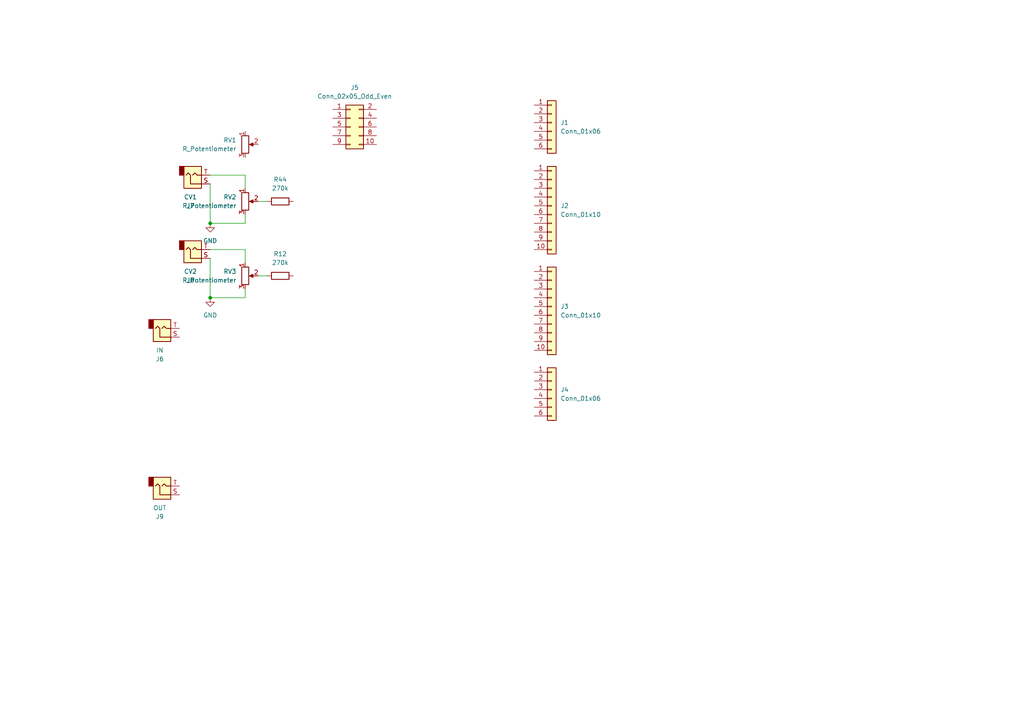
<source format=kicad_sch>
(kicad_sch (version 20230121) (generator eeschema)
  (paper "A4")
  (lib_symbols
    (symbol "Connector_Audio:AudioJack2"
      (property "Reference" "J" (at 0 8.89 0))
      (property "Value" "AudioJack2" (at 0 6.35 0))
      (symbol "AudioJack2_0_1"
        (rectangle (start -3.81 0) (end -2.54 -2.54) (stroke (width 0.254)) (fill (type outline)))
        (rectangle (start -2.54 3.81) (end 2.54 -2.54) (stroke (width 0.254)) (fill (type background)))
        (polyline (pts (xy 0 0) (xy 0.635 -0.635) (xy 1.27 0) (xy 2.54 0)) (stroke (width 0.254)))
        (polyline (pts (xy 2.54 2.54) (xy -0.635 2.54) (xy -0.635 0) (xy -1.27 -0.635) (xy -1.905 0)) (stroke (width 0.254)))
      )
      (symbol "AudioJack2_1_1"
        (pin passive line (at 5.08 2.54 180) (length 2.54) (name "~") (number "S"))
        (pin passive line (at 5.08 0 180) (length 2.54) (name "~") (number "T"))
      )
    )
    (symbol "Connector_Generic:Conn_01x06" (pin_names (offset 1.016) hide)
      (property "Reference" "J" (at 0 7.62 0))
      (property "Value" "Conn_01x06" (at 0 -10.16 0))
      (symbol "Conn_01x06_1_1"
        (rectangle (start -1.27 -7.493) (end 0 -7.747) (stroke (width 0.1524)))
        (rectangle (start -1.27 -4.953) (end 0 -5.207) (stroke (width 0.1524)))
        (rectangle (start -1.27 -2.413) (end 0 -2.667) (stroke (width 0.1524)))
        (rectangle (start -1.27 0.127) (end 0 -0.127) (stroke (width 0.1524)))
        (rectangle (start -1.27 2.667) (end 0 2.413) (stroke (width 0.1524)))
        (rectangle (start -1.27 5.207) (end 0 4.953) (stroke (width 0.1524)))
        (rectangle (start -1.27 6.35) (end 1.27 -8.89) (stroke (width 0.254)) (fill (type background)))
        (pin passive line (at -5.08 5.08 0) (length 3.81) (name "Pin_1") (number "1"))
        (pin passive line (at -5.08 2.54 0) (length 3.81) (name "Pin_2") (number "2"))
        (pin passive line (at -5.08 0 0) (length 3.81) (name "Pin_3") (number "3"))
        (pin passive line (at -5.08 -2.54 0) (length 3.81) (name "Pin_4") (number "4"))
        (pin passive line (at -5.08 -5.08 0) (length 3.81) (name "Pin_5") (number "5"))
        (pin passive line (at -5.08 -7.62 0) (length 3.81) (name "Pin_6") (number "6"))
      )
    )
    (symbol "Connector_Generic:Conn_01x10" (pin_names (offset 1.016) hide)
      (property "Reference" "J" (at 0 12.7 0))
      (property "Value" "Conn_01x10" (at 0 -15.24 0))
      (symbol "Conn_01x10_1_1"
        (rectangle (start -1.27 -12.573) (end 0 -12.827) (stroke (width 0.1524)))
        (rectangle (start -1.27 -10.033) (end 0 -10.287) (stroke (width 0.1524)))
        (rectangle (start -1.27 -7.493) (end 0 -7.747) (stroke (width 0.1524)))
        (rectangle (start -1.27 -4.953) (end 0 -5.207) (stroke (width 0.1524)))
        (rectangle (start -1.27 -2.413) (end 0 -2.667) (stroke (width 0.1524)))
        (rectangle (start -1.27 0.127) (end 0 -0.127) (stroke (width 0.1524)))
        (rectangle (start -1.27 2.667) (end 0 2.413) (stroke (width 0.1524)))
        (rectangle (start -1.27 5.207) (end 0 4.953) (stroke (width 0.1524)))
        (rectangle (start -1.27 7.747) (end 0 7.493) (stroke (width 0.1524)))
        (rectangle (start -1.27 10.287) (end 0 10.033) (stroke (width 0.1524)))
        (rectangle (start -1.27 11.43) (end 1.27 -13.97) (stroke (width 0.254)) (fill (type background)))
        (pin passive line (at -5.08 10.16 0) (length 3.81) (name "Pin_1") (number "1"))
        (pin passive line (at -5.08 -12.7 0) (length 3.81) (name "Pin_10") (number "10"))
        (pin passive line (at -5.08 7.62 0) (length 3.81) (name "Pin_2") (number "2"))
        (pin passive line (at -5.08 5.08 0) (length 3.81) (name "Pin_3") (number "3"))
        (pin passive line (at -5.08 2.54 0) (length 3.81) (name "Pin_4") (number "4"))
        (pin passive line (at -5.08 0 0) (length 3.81) (name "Pin_5") (number "5"))
        (pin passive line (at -5.08 -2.54 0) (length 3.81) (name "Pin_6") (number "6"))
        (pin passive line (at -5.08 -5.08 0) (length 3.81) (name "Pin_7") (number "7"))
        (pin passive line (at -5.08 -7.62 0) (length 3.81) (name "Pin_8") (number "8"))
        (pin passive line (at -5.08 -10.16 0) (length 3.81) (name "Pin_9") (number "9"))
      )
    )
    (symbol "Connector_Generic:Conn_02x05_Odd_Even" (pin_names (offset 1.016) hide)
      (property "Reference" "J" (at 1.27 7.62 0))
      (property "Value" "Conn_02x05_Odd_Even" (at 1.27 -7.62 0))
      (symbol "Conn_02x05_Odd_Even_1_1"
        (rectangle (start -1.27 -4.953) (end 0 -5.207) (stroke (width 0.1524)))
        (rectangle (start -1.27 -2.413) (end 0 -2.667) (stroke (width 0.1524)))
        (rectangle (start -1.27 0.127) (end 0 -0.127) (stroke (width 0.1524)))
        (rectangle (start -1.27 2.667) (end 0 2.413) (stroke (width 0.1524)))
        (rectangle (start -1.27 5.207) (end 0 4.953) (stroke (width 0.1524)))
        (rectangle (start -1.27 6.35) (end 3.81 -6.35) (stroke (width 0.254)) (fill (type background)))
        (rectangle (start 3.81 -4.953) (end 2.54 -5.207) (stroke (width 0.1524)))
        (rectangle (start 3.81 -2.413) (end 2.54 -2.667) (stroke (width 0.1524)))
        (rectangle (start 3.81 0.127) (end 2.54 -0.127) (stroke (width 0.1524)))
        (rectangle (start 3.81 2.667) (end 2.54 2.413) (stroke (width 0.1524)))
        (rectangle (start 3.81 5.207) (end 2.54 4.953) (stroke (width 0.1524)))
        (pin passive line (at -5.08 5.08 0) (length 3.81) (name "Pin_1") (number "1"))
        (pin passive line (at 7.62 -5.08 180) (length 3.81) (name "Pin_10") (number "10"))
        (pin passive line (at 7.62 5.08 180) (length 3.81) (name "Pin_2") (number "2"))
        (pin passive line (at -5.08 2.54 0) (length 3.81) (name "Pin_3") (number "3"))
        (pin passive line (at 7.62 2.54 180) (length 3.81) (name "Pin_4") (number "4"))
        (pin passive line (at -5.08 0 0) (length 3.81) (name "Pin_5") (number "5"))
        (pin passive line (at 7.62 0 180) (length 3.81) (name "Pin_6") (number "6"))
        (pin passive line (at -5.08 -2.54 0) (length 3.81) (name "Pin_7") (number "7"))
        (pin passive line (at 7.62 -2.54 180) (length 3.81) (name "Pin_8") (number "8"))
        (pin passive line (at -5.08 -5.08 0) (length 3.81) (name "Pin_9") (number "9"))
      )
    )
    (symbol "Device:R" (pin_numbers hide) (pin_names (offset 0))
      (property "Reference" "R" (at 2.032 0 90))
      (property "Value" "R" (at 0 0 90))
      (symbol "R_0_1"
        (rectangle (start -1.016 -2.54) (end 1.016 2.54) (stroke (width 0.254)))
      )
      (symbol "R_1_1"
        (pin passive line (at 0 3.81 270) (length 1.27) (name "~") (number "1"))
        (pin passive line (at 0 -3.81 90) (length 1.27) (name "~") (number "2"))
      )
    )
    (symbol "Device:R_Potentiometer" (pin_names (offset 1.016) hide)
      (property "Reference" "RV" (at -4.445 0 90))
      (property "Value" "R_Potentiometer" (at -2.54 0 90))
      (symbol "R_Potentiometer_0_1"
        (polyline (pts (xy 2.54 0) (xy 1.524 0)))
        (polyline (pts (xy 1.143 0) (xy 2.286 0.508) (xy 2.286 -0.508) (xy 1.143 0)) (fill (type outline)))
        (rectangle (start 1.016 2.54) (end -1.016 -2.54) (stroke (width 0.254)))
      )
      (symbol "R_Potentiometer_1_1"
        (pin passive line (at 0 3.81 270) (length 1.27) (name "1") (number "1"))
        (pin passive line (at 3.81 0 180) (length 1.27) (name "2") (number "2"))
        (pin passive line (at 0 -3.81 90) (length 1.27) (name "3") (number "3"))
      )
    )
    (symbol "power:GND" (power) (pin_names (offset 0))
      (property "Value" "GND" (at 0 -3.81 0))
      (symbol "GND_0_1"
        (polyline (pts (xy 0 0) (xy 0 -1.27) (xy 1.27 -1.27) (xy 0 -2.54) (xy -1.27 -1.27) (xy 0 -1.27)))
      )
      (symbol "GND_1_1"
        (pin power_in line (at 0 0 270) (length 0) hide (name "GND") (number "1"))
      )
    )
  )
  (junction (at 60.96 86.36))
  (junction (at 60.96 64.77))
  (wire (pts (xy 71.12 72.39) (xy 71.12 76.2)))
  (wire (pts (xy 74.93 58.42) (xy 77.47 58.42)))
  (wire (pts (xy 60.96 74.93) (xy 60.96 86.36)))
  (wire (pts (xy 60.96 72.39) (xy 71.12 72.39)))
  (wire (pts (xy 60.96 86.36) (xy 71.12 86.36)))
  (wire (pts (xy 60.96 53.34) (xy 60.96 64.77)))
  (wire (pts (xy 71.12 86.36) (xy 71.12 83.82)))
  (wire (pts (xy 71.12 64.77) (xy 71.12 62.23)))
  (wire (pts (xy 71.12 50.8) (xy 71.12 54.61)))
  (wire (pts (xy 60.96 64.77) (xy 71.12 64.77)))
  (wire (pts (xy 74.93 80.01) (xy 77.47 80.01)))
  (wire (pts (xy 60.96 50.8) (xy 71.12 50.8)))
  (symbol (lib_id "Connector_Generic:Conn_01x06") (at 160.02 113.03 0) (unit 1)
    (property "Reference" "J4" (at 162.56 113.03 0) (effects (justify left)))
    (property "Value" "Conn_01x06" (at 162.56 115.57 0) (effects (justify left)))
    (property "Footprint" "Connector_PinHeader_2.54mm:PinHeader_1x06_P2.54mm_Vertical" (effects hide))
  )
  (symbol (lib_id "Device:R") (at 81.28 80.01 90) (unit 1)
    (property "Reference" "R12" (at 81.28 73.66 90))
    (property "Value" "270k" (at 81.28 76.2 90))
    (property "Footprint" "Resistor_THT:R_Axial_DIN0204_L3.6mm_D1.6mm_P7.62mm_Horizontal" (effects hide))
  )
  (symbol (lib_id "Device:R_Potentiometer") (at 71.12 80.01 0) (unit 1)
    (property "Reference" "RV3" (at 68.58 78.74 0) (effects (justify right)))
    (property "Value" "R_Potentiometer" (at 68.58 81.28 0) (effects (justify right)))
    (property "Footprint" "1_Eurorack:Potentiometer_Alpha_RD901F-40-00D_Single_Vertical" (effects hide))
  )
  (symbol (lib_id "power:GND") (at 60.96 86.36 0) (unit 1)
    (property "Reference" "#PWR02" (effects hide))
    (property "Value" "GND" (at 60.96 91.44 0))
  )
  (symbol (lib_id "Connector_Audio:AudioJack2") (at 46.99 140.97 0) (mirror x) (unit 1)
    (property "Reference" "J9" (at 46.355 149.86 0))
    (property "Value" "OUT" (at 46.355 147.32 0))
    (property "Footprint" "1_Jacks:Jack_3.5mm_QingPu_WQP-PJ398SM_Vertical" (effects hide))
  )
  (symbol (lib_id "Connector_Generic:Conn_01x10") (at 160.02 59.69 0) (unit 1)
    (property "Reference" "J2" (at 162.56 59.69 0) (effects (justify left)))
    (property "Value" "Conn_01x10" (at 162.56 62.23 0) (effects (justify left)))
    (property "Footprint" "Connector_PinHeader_2.54mm:PinHeader_1x10_P2.54mm_Vertical" (effects hide))
  )
  (symbol (lib_id "Connector_Generic:Conn_01x06") (at 160.02 35.56 0) (unit 1)
    (property "Reference" "J1" (at 162.56 35.56 0) (effects (justify left)))
    (property "Value" "Conn_01x06" (at 162.56 38.1 0) (effects (justify left)))
    (property "Footprint" "Connector_PinHeader_2.54mm:PinHeader_1x06_P2.54mm_Vertical" (effects hide))
  )
  (symbol (lib_id "power:GND") (at 60.96 64.77 0) (unit 1)
    (property "Reference" "#PWR01" (effects hide))
    (property "Value" "GND" (at 60.96 69.85 0))
  )
  (symbol (lib_id "Device:R_Potentiometer") (at 71.12 58.42 0) (unit 1)
    (property "Reference" "RV2" (at 68.58 57.15 0) (effects (justify right)))
    (property "Value" "R_Potentiometer" (at 68.58 59.69 0) (effects (justify right)))
    (property "Footprint" "1_Eurorack:Potentiometer_Alpha_RD901F-40-00D_Single_Vertical" (effects hide))
  )
  (symbol (lib_id "Connector_Audio:AudioJack2") (at 55.88 72.39 0) (mirror x) (unit 1)
    (property "Reference" "J8" (at 55.245 81.28 0))
    (property "Value" "CV2" (at 55.245 78.74 0))
    (property "Footprint" "1_Jacks:Jack_3.5mm_QingPu_WQP-PJ398SM_Vertical" (effects hide))
  )
  (symbol (lib_id "Connector_Audio:AudioJack2") (at 46.99 95.25 0) (mirror x) (unit 1)
    (property "Reference" "J6" (at 46.355 104.14 0))
    (property "Value" "IN" (at 46.355 101.6 0))
    (property "Footprint" "1_Jacks:Jack_3.5mm_QingPu_WQP-PJ398SM_Vertical" (effects hide))
  )
  (symbol (lib_id "Device:R_Potentiometer") (at 71.12 41.91 0) (unit 1)
    (property "Reference" "RV1" (at 68.58 40.64 0) (effects (justify right)))
    (property "Value" "R_Potentiometer" (at 68.58 43.18 0) (effects (justify right)))
    (property "Footprint" "1_Eurorack:Potentiometer_Alpha_RD901F-40-00D_Single_Vertical" (effects hide))
  )
  (symbol (lib_id "Device:R") (at 81.28 58.42 90) (unit 1)
    (property "Reference" "R44" (at 81.28 52.07 90))
    (property "Value" "270k" (at 81.28 54.61 90))
    (property "Footprint" "Resistor_THT:R_Axial_DIN0204_L3.6mm_D1.6mm_P7.62mm_Horizontal" (effects hide))
  )
  (symbol (lib_id "Connector_Generic:Conn_02x05_Odd_Even") (at 101.6 36.83 0) (unit 1)
    (property "Reference" "J5" (at 102.87 25.4 0))
    (property "Value" "Conn_02x05_Odd_Even" (at 102.87 27.94 0))
    (property "Footprint" "Connector_IDC:IDC-Header_2x05_P2.54mm_Vertical" (effects hide))
  )
  (symbol (lib_id "Connector_Audio:AudioJack2") (at 55.88 50.8 0) (mirror x) (unit 1)
    (property "Reference" "J7" (at 55.245 59.69 0))
    (property "Value" "CV1" (at 55.245 57.15 0))
    (property "Footprint" "1_Jacks:Jack_3.5mm_QingPu_WQP-PJ398SM_Vertical" (effects hide))
  )
  (symbol (lib_id "Connector_Generic:Conn_01x10") (at 160.02 88.9 0) (unit 1)
    (property "Reference" "J3" (at 162.56 88.9 0) (effects (justify left)))
    (property "Value" "Conn_01x10" (at 162.56 91.44 0) (effects (justify left)))
    (property "Footprint" "Connector_PinHeader_2.54mm:PinHeader_1x10_P2.54mm_Vertical" (effects hide))
  )
)
</source>
